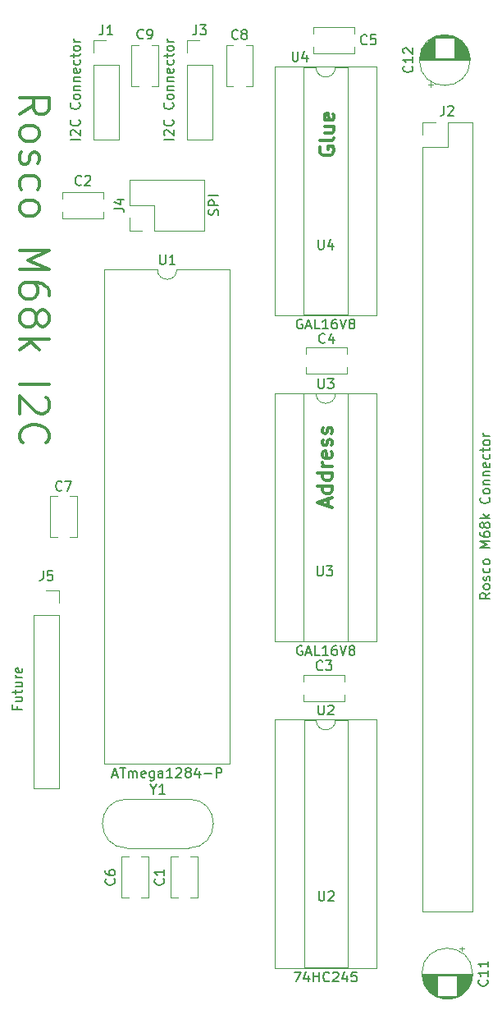
<source format=gbr>
%TF.GenerationSoftware,KiCad,Pcbnew,(6.0.2)*%
%TF.CreationDate,2022-09-22T22:37:32-07:00*%
%TF.ProjectId,Rosco I2C,526f7363-6f20-4493-9243-2e6b69636164,rev?*%
%TF.SameCoordinates,Original*%
%TF.FileFunction,Legend,Top*%
%TF.FilePolarity,Positive*%
%FSLAX46Y46*%
G04 Gerber Fmt 4.6, Leading zero omitted, Abs format (unit mm)*
G04 Created by KiCad (PCBNEW (6.0.2)) date 2022-09-22 22:37:32*
%MOMM*%
%LPD*%
G01*
G04 APERTURE LIST*
%ADD10C,0.300000*%
%ADD11C,0.150000*%
%ADD12C,0.120000*%
G04 APERTURE END LIST*
D10*
X203600000Y-69085714D02*
X203600000Y-68371428D01*
X204028571Y-69228571D02*
X202528571Y-68728571D01*
X204028571Y-68228571D01*
X204028571Y-67085714D02*
X202528571Y-67085714D01*
X203957142Y-67085714D02*
X204028571Y-67228571D01*
X204028571Y-67514285D01*
X203957142Y-67657142D01*
X203885714Y-67728571D01*
X203742857Y-67800000D01*
X203314285Y-67800000D01*
X203171428Y-67728571D01*
X203100000Y-67657142D01*
X203028571Y-67514285D01*
X203028571Y-67228571D01*
X203100000Y-67085714D01*
X204028571Y-65728571D02*
X202528571Y-65728571D01*
X203957142Y-65728571D02*
X204028571Y-65871428D01*
X204028571Y-66157142D01*
X203957142Y-66300000D01*
X203885714Y-66371428D01*
X203742857Y-66442857D01*
X203314285Y-66442857D01*
X203171428Y-66371428D01*
X203100000Y-66300000D01*
X203028571Y-66157142D01*
X203028571Y-65871428D01*
X203100000Y-65728571D01*
X204028571Y-65014285D02*
X203028571Y-65014285D01*
X203314285Y-65014285D02*
X203171428Y-64942857D01*
X203100000Y-64871428D01*
X203028571Y-64728571D01*
X203028571Y-64585714D01*
X203957142Y-63514285D02*
X204028571Y-63657142D01*
X204028571Y-63942857D01*
X203957142Y-64085714D01*
X203814285Y-64157142D01*
X203242857Y-64157142D01*
X203100000Y-64085714D01*
X203028571Y-63942857D01*
X203028571Y-63657142D01*
X203100000Y-63514285D01*
X203242857Y-63442857D01*
X203385714Y-63442857D01*
X203528571Y-64157142D01*
X203957142Y-62871428D02*
X204028571Y-62728571D01*
X204028571Y-62442857D01*
X203957142Y-62300000D01*
X203814285Y-62228571D01*
X203742857Y-62228571D01*
X203600000Y-62300000D01*
X203528571Y-62442857D01*
X203528571Y-62657142D01*
X203457142Y-62800000D01*
X203314285Y-62871428D01*
X203242857Y-62871428D01*
X203100000Y-62800000D01*
X203028571Y-62657142D01*
X203028571Y-62442857D01*
X203100000Y-62300000D01*
X203957142Y-61657142D02*
X204028571Y-61514285D01*
X204028571Y-61228571D01*
X203957142Y-61085714D01*
X203814285Y-61014285D01*
X203742857Y-61014285D01*
X203600000Y-61085714D01*
X203528571Y-61228571D01*
X203528571Y-61442857D01*
X203457142Y-61585714D01*
X203314285Y-61657142D01*
X203242857Y-61657142D01*
X203100000Y-61585714D01*
X203028571Y-61442857D01*
X203028571Y-61228571D01*
X203100000Y-61085714D01*
X171792857Y-28750000D02*
X173221428Y-27750000D01*
X171792857Y-27035714D02*
X174792857Y-27035714D01*
X174792857Y-28178571D01*
X174650000Y-28464285D01*
X174507142Y-28607142D01*
X174221428Y-28750000D01*
X173792857Y-28750000D01*
X173507142Y-28607142D01*
X173364285Y-28464285D01*
X173221428Y-28178571D01*
X173221428Y-27035714D01*
X171792857Y-30464285D02*
X171935714Y-30178571D01*
X172078571Y-30035714D01*
X172364285Y-29892857D01*
X173221428Y-29892857D01*
X173507142Y-30035714D01*
X173650000Y-30178571D01*
X173792857Y-30464285D01*
X173792857Y-30892857D01*
X173650000Y-31178571D01*
X173507142Y-31321428D01*
X173221428Y-31464285D01*
X172364285Y-31464285D01*
X172078571Y-31321428D01*
X171935714Y-31178571D01*
X171792857Y-30892857D01*
X171792857Y-30464285D01*
X171935714Y-32607142D02*
X171792857Y-32892857D01*
X171792857Y-33464285D01*
X171935714Y-33750000D01*
X172221428Y-33892857D01*
X172364285Y-33892857D01*
X172650000Y-33750000D01*
X172792857Y-33464285D01*
X172792857Y-33035714D01*
X172935714Y-32750000D01*
X173221428Y-32607142D01*
X173364285Y-32607142D01*
X173650000Y-32750000D01*
X173792857Y-33035714D01*
X173792857Y-33464285D01*
X173650000Y-33750000D01*
X171935714Y-36464285D02*
X171792857Y-36178571D01*
X171792857Y-35607142D01*
X171935714Y-35321428D01*
X172078571Y-35178571D01*
X172364285Y-35035714D01*
X173221428Y-35035714D01*
X173507142Y-35178571D01*
X173650000Y-35321428D01*
X173792857Y-35607142D01*
X173792857Y-36178571D01*
X173650000Y-36464285D01*
X171792857Y-38178571D02*
X171935714Y-37892857D01*
X172078571Y-37750000D01*
X172364285Y-37607142D01*
X173221428Y-37607142D01*
X173507142Y-37750000D01*
X173650000Y-37892857D01*
X173792857Y-38178571D01*
X173792857Y-38607142D01*
X173650000Y-38892857D01*
X173507142Y-39035714D01*
X173221428Y-39178571D01*
X172364285Y-39178571D01*
X172078571Y-39035714D01*
X171935714Y-38892857D01*
X171792857Y-38607142D01*
X171792857Y-38178571D01*
X171792857Y-42750000D02*
X174792857Y-42750000D01*
X172650000Y-43750000D01*
X174792857Y-44750000D01*
X171792857Y-44750000D01*
X174792857Y-47464285D02*
X174792857Y-46892857D01*
X174650000Y-46607142D01*
X174507142Y-46464285D01*
X174078571Y-46178571D01*
X173507142Y-46035714D01*
X172364285Y-46035714D01*
X172078571Y-46178571D01*
X171935714Y-46321428D01*
X171792857Y-46607142D01*
X171792857Y-47178571D01*
X171935714Y-47464285D01*
X172078571Y-47607142D01*
X172364285Y-47750000D01*
X173078571Y-47750000D01*
X173364285Y-47607142D01*
X173507142Y-47464285D01*
X173650000Y-47178571D01*
X173650000Y-46607142D01*
X173507142Y-46321428D01*
X173364285Y-46178571D01*
X173078571Y-46035714D01*
X173507142Y-49464285D02*
X173650000Y-49178571D01*
X173792857Y-49035714D01*
X174078571Y-48892857D01*
X174221428Y-48892857D01*
X174507142Y-49035714D01*
X174650000Y-49178571D01*
X174792857Y-49464285D01*
X174792857Y-50035714D01*
X174650000Y-50321428D01*
X174507142Y-50464285D01*
X174221428Y-50607142D01*
X174078571Y-50607142D01*
X173792857Y-50464285D01*
X173650000Y-50321428D01*
X173507142Y-50035714D01*
X173507142Y-49464285D01*
X173364285Y-49178571D01*
X173221428Y-49035714D01*
X172935714Y-48892857D01*
X172364285Y-48892857D01*
X172078571Y-49035714D01*
X171935714Y-49178571D01*
X171792857Y-49464285D01*
X171792857Y-50035714D01*
X171935714Y-50321428D01*
X172078571Y-50464285D01*
X172364285Y-50607142D01*
X172935714Y-50607142D01*
X173221428Y-50464285D01*
X173364285Y-50321428D01*
X173507142Y-50035714D01*
X171792857Y-51892857D02*
X174792857Y-51892857D01*
X172935714Y-52178571D02*
X171792857Y-53035714D01*
X173792857Y-53035714D02*
X172650000Y-51892857D01*
X171792857Y-56607142D02*
X174792857Y-56607142D01*
X174507142Y-57892857D02*
X174650000Y-58035714D01*
X174792857Y-58321428D01*
X174792857Y-59035714D01*
X174650000Y-59321428D01*
X174507142Y-59464285D01*
X174221428Y-59607142D01*
X173935714Y-59607142D01*
X173507142Y-59464285D01*
X171792857Y-57750000D01*
X171792857Y-59607142D01*
X172078571Y-62607142D02*
X171935714Y-62464285D01*
X171792857Y-62035714D01*
X171792857Y-61750000D01*
X171935714Y-61321428D01*
X172221428Y-61035714D01*
X172507142Y-60892857D01*
X173078571Y-60750000D01*
X173507142Y-60750000D01*
X174078571Y-60892857D01*
X174364285Y-61035714D01*
X174650000Y-61321428D01*
X174792857Y-61750000D01*
X174792857Y-62035714D01*
X174650000Y-62464285D01*
X174507142Y-62607142D01*
X202800000Y-32121428D02*
X202728571Y-32264285D01*
X202728571Y-32478571D01*
X202800000Y-32692857D01*
X202942857Y-32835714D01*
X203085714Y-32907142D01*
X203371428Y-32978571D01*
X203585714Y-32978571D01*
X203871428Y-32907142D01*
X204014285Y-32835714D01*
X204157142Y-32692857D01*
X204228571Y-32478571D01*
X204228571Y-32335714D01*
X204157142Y-32121428D01*
X204085714Y-32050000D01*
X203585714Y-32050000D01*
X203585714Y-32335714D01*
X204228571Y-31192857D02*
X204157142Y-31335714D01*
X204014285Y-31407142D01*
X202728571Y-31407142D01*
X203228571Y-29978571D02*
X204228571Y-29978571D01*
X203228571Y-30621428D02*
X204014285Y-30621428D01*
X204157142Y-30550000D01*
X204228571Y-30407142D01*
X204228571Y-30192857D01*
X204157142Y-30050000D01*
X204085714Y-29978571D01*
X204157142Y-28692857D02*
X204228571Y-28835714D01*
X204228571Y-29121428D01*
X204157142Y-29264285D01*
X204014285Y-29335714D01*
X203442857Y-29335714D01*
X203300000Y-29264285D01*
X203228571Y-29121428D01*
X203228571Y-28835714D01*
X203300000Y-28692857D01*
X203442857Y-28621428D01*
X203585714Y-28621428D01*
X203728571Y-29335714D01*
D11*
%TO.C,C2*%
X178141333Y-35957142D02*
X178093714Y-36004761D01*
X177950857Y-36052380D01*
X177855619Y-36052380D01*
X177712761Y-36004761D01*
X177617523Y-35909523D01*
X177569904Y-35814285D01*
X177522285Y-35623809D01*
X177522285Y-35480952D01*
X177569904Y-35290476D01*
X177617523Y-35195238D01*
X177712761Y-35100000D01*
X177855619Y-35052380D01*
X177950857Y-35052380D01*
X178093714Y-35100000D01*
X178141333Y-35147619D01*
X178522285Y-35147619D02*
X178569904Y-35100000D01*
X178665142Y-35052380D01*
X178903238Y-35052380D01*
X178998476Y-35100000D01*
X179046095Y-35147619D01*
X179093714Y-35242857D01*
X179093714Y-35338095D01*
X179046095Y-35480952D01*
X178474666Y-36052380D01*
X179093714Y-36052380D01*
%TO.C,J4*%
X181541380Y-38438333D02*
X182255666Y-38438333D01*
X182398523Y-38485952D01*
X182493761Y-38581190D01*
X182541380Y-38724047D01*
X182541380Y-38819285D01*
X181874714Y-37533571D02*
X182541380Y-37533571D01*
X181493761Y-37771666D02*
X182208047Y-38009761D01*
X182208047Y-37390714D01*
X192233761Y-39128809D02*
X192281380Y-38985952D01*
X192281380Y-38747857D01*
X192233761Y-38652619D01*
X192186142Y-38605000D01*
X192090904Y-38557380D01*
X191995666Y-38557380D01*
X191900428Y-38605000D01*
X191852809Y-38652619D01*
X191805190Y-38747857D01*
X191757571Y-38938333D01*
X191709952Y-39033571D01*
X191662333Y-39081190D01*
X191567095Y-39128809D01*
X191471857Y-39128809D01*
X191376619Y-39081190D01*
X191329000Y-39033571D01*
X191281380Y-38938333D01*
X191281380Y-38700238D01*
X191329000Y-38557380D01*
X192281380Y-38128809D02*
X191281380Y-38128809D01*
X191281380Y-37747857D01*
X191329000Y-37652619D01*
X191376619Y-37605000D01*
X191471857Y-37557380D01*
X191614714Y-37557380D01*
X191709952Y-37605000D01*
X191757571Y-37652619D01*
X191805190Y-37747857D01*
X191805190Y-38128809D01*
X192281380Y-37128809D02*
X191281380Y-37128809D01*
%TO.C,C3*%
X203033333Y-85955142D02*
X202985714Y-86002761D01*
X202842857Y-86050380D01*
X202747619Y-86050380D01*
X202604761Y-86002761D01*
X202509523Y-85907523D01*
X202461904Y-85812285D01*
X202414285Y-85621809D01*
X202414285Y-85478952D01*
X202461904Y-85288476D01*
X202509523Y-85193238D01*
X202604761Y-85098000D01*
X202747619Y-85050380D01*
X202842857Y-85050380D01*
X202985714Y-85098000D01*
X203033333Y-85145619D01*
X203366666Y-85050380D02*
X203985714Y-85050380D01*
X203652380Y-85431333D01*
X203795238Y-85431333D01*
X203890476Y-85478952D01*
X203938095Y-85526571D01*
X203985714Y-85621809D01*
X203985714Y-85859904D01*
X203938095Y-85955142D01*
X203890476Y-86002761D01*
X203795238Y-86050380D01*
X203509523Y-86050380D01*
X203414285Y-86002761D01*
X203366666Y-85955142D01*
%TO.C,C12*%
X212253142Y-23776857D02*
X212300761Y-23824476D01*
X212348380Y-23967333D01*
X212348380Y-24062571D01*
X212300761Y-24205428D01*
X212205523Y-24300666D01*
X212110285Y-24348285D01*
X211919809Y-24395904D01*
X211776952Y-24395904D01*
X211586476Y-24348285D01*
X211491238Y-24300666D01*
X211396000Y-24205428D01*
X211348380Y-24062571D01*
X211348380Y-23967333D01*
X211396000Y-23824476D01*
X211443619Y-23776857D01*
X212348380Y-22824476D02*
X212348380Y-23395904D01*
X212348380Y-23110190D02*
X211348380Y-23110190D01*
X211491238Y-23205428D01*
X211586476Y-23300666D01*
X211634095Y-23395904D01*
X211443619Y-22443523D02*
X211396000Y-22395904D01*
X211348380Y-22300666D01*
X211348380Y-22062571D01*
X211396000Y-21967333D01*
X211443619Y-21919714D01*
X211538857Y-21872095D01*
X211634095Y-21872095D01*
X211776952Y-21919714D01*
X212348380Y-22491142D01*
X212348380Y-21872095D01*
%TO.C,C11*%
X220007142Y-117970857D02*
X220054761Y-118018476D01*
X220102380Y-118161333D01*
X220102380Y-118256571D01*
X220054761Y-118399428D01*
X219959523Y-118494666D01*
X219864285Y-118542285D01*
X219673809Y-118589904D01*
X219530952Y-118589904D01*
X219340476Y-118542285D01*
X219245238Y-118494666D01*
X219150000Y-118399428D01*
X219102380Y-118256571D01*
X219102380Y-118161333D01*
X219150000Y-118018476D01*
X219197619Y-117970857D01*
X220102380Y-117018476D02*
X220102380Y-117589904D01*
X220102380Y-117304190D02*
X219102380Y-117304190D01*
X219245238Y-117399428D01*
X219340476Y-117494666D01*
X219388095Y-117589904D01*
X220102380Y-116066095D02*
X220102380Y-116637523D01*
X220102380Y-116351809D02*
X219102380Y-116351809D01*
X219245238Y-116447047D01*
X219340476Y-116542285D01*
X219388095Y-116637523D01*
%TO.C,C5*%
X207605333Y-21439142D02*
X207557714Y-21486761D01*
X207414857Y-21534380D01*
X207319619Y-21534380D01*
X207176761Y-21486761D01*
X207081523Y-21391523D01*
X207033904Y-21296285D01*
X206986285Y-21105809D01*
X206986285Y-20962952D01*
X207033904Y-20772476D01*
X207081523Y-20677238D01*
X207176761Y-20582000D01*
X207319619Y-20534380D01*
X207414857Y-20534380D01*
X207557714Y-20582000D01*
X207605333Y-20629619D01*
X208510095Y-20534380D02*
X208033904Y-20534380D01*
X207986285Y-21010571D01*
X208033904Y-20962952D01*
X208129142Y-20915333D01*
X208367238Y-20915333D01*
X208462476Y-20962952D01*
X208510095Y-21010571D01*
X208557714Y-21105809D01*
X208557714Y-21343904D01*
X208510095Y-21439142D01*
X208462476Y-21486761D01*
X208367238Y-21534380D01*
X208129142Y-21534380D01*
X208033904Y-21486761D01*
X207986285Y-21439142D01*
%TO.C,U2*%
X202608095Y-89637380D02*
X202608095Y-90446904D01*
X202655714Y-90542142D01*
X202703333Y-90589761D01*
X202798571Y-90637380D01*
X202989047Y-90637380D01*
X203084285Y-90589761D01*
X203131904Y-90542142D01*
X203179523Y-90446904D01*
X203179523Y-89637380D01*
X203608095Y-89732619D02*
X203655714Y-89685000D01*
X203750952Y-89637380D01*
X203989047Y-89637380D01*
X204084285Y-89685000D01*
X204131904Y-89732619D01*
X204179523Y-89827857D01*
X204179523Y-89923095D01*
X204131904Y-90065952D01*
X203560476Y-90637380D01*
X204179523Y-90637380D01*
X200108095Y-117157380D02*
X200774761Y-117157380D01*
X200346190Y-118157380D01*
X201584285Y-117490714D02*
X201584285Y-118157380D01*
X201346190Y-117109761D02*
X201108095Y-117824047D01*
X201727142Y-117824047D01*
X202108095Y-118157380D02*
X202108095Y-117157380D01*
X202108095Y-117633571D02*
X202679523Y-117633571D01*
X202679523Y-118157380D02*
X202679523Y-117157380D01*
X203727142Y-118062142D02*
X203679523Y-118109761D01*
X203536666Y-118157380D01*
X203441428Y-118157380D01*
X203298571Y-118109761D01*
X203203333Y-118014523D01*
X203155714Y-117919285D01*
X203108095Y-117728809D01*
X203108095Y-117585952D01*
X203155714Y-117395476D01*
X203203333Y-117300238D01*
X203298571Y-117205000D01*
X203441428Y-117157380D01*
X203536666Y-117157380D01*
X203679523Y-117205000D01*
X203727142Y-117252619D01*
X204108095Y-117252619D02*
X204155714Y-117205000D01*
X204250952Y-117157380D01*
X204489047Y-117157380D01*
X204584285Y-117205000D01*
X204631904Y-117252619D01*
X204679523Y-117347857D01*
X204679523Y-117443095D01*
X204631904Y-117585952D01*
X204060476Y-118157380D01*
X204679523Y-118157380D01*
X205536666Y-117490714D02*
X205536666Y-118157380D01*
X205298571Y-117109761D02*
X205060476Y-117824047D01*
X205679523Y-117824047D01*
X206536666Y-117157380D02*
X206060476Y-117157380D01*
X206012857Y-117633571D01*
X206060476Y-117585952D01*
X206155714Y-117538333D01*
X206393809Y-117538333D01*
X206489047Y-117585952D01*
X206536666Y-117633571D01*
X206584285Y-117728809D01*
X206584285Y-117966904D01*
X206536666Y-118062142D01*
X206489047Y-118109761D01*
X206393809Y-118157380D01*
X206155714Y-118157380D01*
X206060476Y-118109761D01*
X206012857Y-118062142D01*
X202638095Y-108802380D02*
X202638095Y-109611904D01*
X202685714Y-109707142D01*
X202733333Y-109754761D01*
X202828571Y-109802380D01*
X203019047Y-109802380D01*
X203114285Y-109754761D01*
X203161904Y-109707142D01*
X203209523Y-109611904D01*
X203209523Y-108802380D01*
X203638095Y-108897619D02*
X203685714Y-108850000D01*
X203780952Y-108802380D01*
X204019047Y-108802380D01*
X204114285Y-108850000D01*
X204161904Y-108897619D01*
X204209523Y-108992857D01*
X204209523Y-109088095D01*
X204161904Y-109230952D01*
X203590476Y-109802380D01*
X204209523Y-109802380D01*
%TO.C,J3*%
X190016666Y-19522380D02*
X190016666Y-20236666D01*
X189969047Y-20379523D01*
X189873809Y-20474761D01*
X189730952Y-20522380D01*
X189635714Y-20522380D01*
X190397619Y-19522380D02*
X191016666Y-19522380D01*
X190683333Y-19903333D01*
X190826190Y-19903333D01*
X190921428Y-19950952D01*
X190969047Y-19998571D01*
X191016666Y-20093809D01*
X191016666Y-20331904D01*
X190969047Y-20427142D01*
X190921428Y-20474761D01*
X190826190Y-20522380D01*
X190540476Y-20522380D01*
X190445238Y-20474761D01*
X190397619Y-20427142D01*
X187652380Y-31319047D02*
X186652380Y-31319047D01*
X186747619Y-30890476D02*
X186700000Y-30842857D01*
X186652380Y-30747619D01*
X186652380Y-30509523D01*
X186700000Y-30414285D01*
X186747619Y-30366666D01*
X186842857Y-30319047D01*
X186938095Y-30319047D01*
X187080952Y-30366666D01*
X187652380Y-30938095D01*
X187652380Y-30319047D01*
X187557142Y-29319047D02*
X187604761Y-29366666D01*
X187652380Y-29509523D01*
X187652380Y-29604761D01*
X187604761Y-29747619D01*
X187509523Y-29842857D01*
X187414285Y-29890476D01*
X187223809Y-29938095D01*
X187080952Y-29938095D01*
X186890476Y-29890476D01*
X186795238Y-29842857D01*
X186700000Y-29747619D01*
X186652380Y-29604761D01*
X186652380Y-29509523D01*
X186700000Y-29366666D01*
X186747619Y-29319047D01*
X187557142Y-27557142D02*
X187604761Y-27604761D01*
X187652380Y-27747619D01*
X187652380Y-27842857D01*
X187604761Y-27985714D01*
X187509523Y-28080952D01*
X187414285Y-28128571D01*
X187223809Y-28176190D01*
X187080952Y-28176190D01*
X186890476Y-28128571D01*
X186795238Y-28080952D01*
X186700000Y-27985714D01*
X186652380Y-27842857D01*
X186652380Y-27747619D01*
X186700000Y-27604761D01*
X186747619Y-27557142D01*
X187652380Y-26985714D02*
X187604761Y-27080952D01*
X187557142Y-27128571D01*
X187461904Y-27176190D01*
X187176190Y-27176190D01*
X187080952Y-27128571D01*
X187033333Y-27080952D01*
X186985714Y-26985714D01*
X186985714Y-26842857D01*
X187033333Y-26747619D01*
X187080952Y-26700000D01*
X187176190Y-26652380D01*
X187461904Y-26652380D01*
X187557142Y-26700000D01*
X187604761Y-26747619D01*
X187652380Y-26842857D01*
X187652380Y-26985714D01*
X186985714Y-26223809D02*
X187652380Y-26223809D01*
X187080952Y-26223809D02*
X187033333Y-26176190D01*
X186985714Y-26080952D01*
X186985714Y-25938095D01*
X187033333Y-25842857D01*
X187128571Y-25795238D01*
X187652380Y-25795238D01*
X186985714Y-25319047D02*
X187652380Y-25319047D01*
X187080952Y-25319047D02*
X187033333Y-25271428D01*
X186985714Y-25176190D01*
X186985714Y-25033333D01*
X187033333Y-24938095D01*
X187128571Y-24890476D01*
X187652380Y-24890476D01*
X187604761Y-24033333D02*
X187652380Y-24128571D01*
X187652380Y-24319047D01*
X187604761Y-24414285D01*
X187509523Y-24461904D01*
X187128571Y-24461904D01*
X187033333Y-24414285D01*
X186985714Y-24319047D01*
X186985714Y-24128571D01*
X187033333Y-24033333D01*
X187128571Y-23985714D01*
X187223809Y-23985714D01*
X187319047Y-24461904D01*
X187604761Y-23128571D02*
X187652380Y-23223809D01*
X187652380Y-23414285D01*
X187604761Y-23509523D01*
X187557142Y-23557142D01*
X187461904Y-23604761D01*
X187176190Y-23604761D01*
X187080952Y-23557142D01*
X187033333Y-23509523D01*
X186985714Y-23414285D01*
X186985714Y-23223809D01*
X187033333Y-23128571D01*
X186985714Y-22842857D02*
X186985714Y-22461904D01*
X186652380Y-22700000D02*
X187509523Y-22700000D01*
X187604761Y-22652380D01*
X187652380Y-22557142D01*
X187652380Y-22461904D01*
X187652380Y-21985714D02*
X187604761Y-22080952D01*
X187557142Y-22128571D01*
X187461904Y-22176190D01*
X187176190Y-22176190D01*
X187080952Y-22128571D01*
X187033333Y-22080952D01*
X186985714Y-21985714D01*
X186985714Y-21842857D01*
X187033333Y-21747619D01*
X187080952Y-21700000D01*
X187176190Y-21652380D01*
X187461904Y-21652380D01*
X187557142Y-21700000D01*
X187604761Y-21747619D01*
X187652380Y-21842857D01*
X187652380Y-21985714D01*
X187652380Y-21223809D02*
X186985714Y-21223809D01*
X187176190Y-21223809D02*
X187080952Y-21176190D01*
X187033333Y-21128571D01*
X186985714Y-21033333D01*
X186985714Y-20938095D01*
%TO.C,C9*%
X184533333Y-20857142D02*
X184485714Y-20904761D01*
X184342857Y-20952380D01*
X184247619Y-20952380D01*
X184104761Y-20904761D01*
X184009523Y-20809523D01*
X183961904Y-20714285D01*
X183914285Y-20523809D01*
X183914285Y-20380952D01*
X183961904Y-20190476D01*
X184009523Y-20095238D01*
X184104761Y-20000000D01*
X184247619Y-19952380D01*
X184342857Y-19952380D01*
X184485714Y-20000000D01*
X184533333Y-20047619D01*
X185009523Y-20952380D02*
X185200000Y-20952380D01*
X185295238Y-20904761D01*
X185342857Y-20857142D01*
X185438095Y-20714285D01*
X185485714Y-20523809D01*
X185485714Y-20142857D01*
X185438095Y-20047619D01*
X185390476Y-20000000D01*
X185295238Y-19952380D01*
X185104761Y-19952380D01*
X185009523Y-20000000D01*
X184961904Y-20047619D01*
X184914285Y-20142857D01*
X184914285Y-20380952D01*
X184961904Y-20476190D01*
X185009523Y-20523809D01*
X185104761Y-20571428D01*
X185295238Y-20571428D01*
X185390476Y-20523809D01*
X185438095Y-20476190D01*
X185485714Y-20380952D01*
%TO.C,C4*%
X203287333Y-52228142D02*
X203239714Y-52275761D01*
X203096857Y-52323380D01*
X203001619Y-52323380D01*
X202858761Y-52275761D01*
X202763523Y-52180523D01*
X202715904Y-52085285D01*
X202668285Y-51894809D01*
X202668285Y-51751952D01*
X202715904Y-51561476D01*
X202763523Y-51466238D01*
X202858761Y-51371000D01*
X203001619Y-51323380D01*
X203096857Y-51323380D01*
X203239714Y-51371000D01*
X203287333Y-51418619D01*
X204144476Y-51656714D02*
X204144476Y-52323380D01*
X203906380Y-51275761D02*
X203668285Y-51990047D01*
X204287333Y-51990047D01*
%TO.C,U1*%
X186233095Y-43197380D02*
X186233095Y-44006904D01*
X186280714Y-44102142D01*
X186328333Y-44149761D01*
X186423571Y-44197380D01*
X186614047Y-44197380D01*
X186709285Y-44149761D01*
X186756904Y-44102142D01*
X186804523Y-44006904D01*
X186804523Y-43197380D01*
X187804523Y-44197380D02*
X187233095Y-44197380D01*
X187518809Y-44197380D02*
X187518809Y-43197380D01*
X187423571Y-43340238D01*
X187328333Y-43435476D01*
X187233095Y-43483095D01*
X181352142Y-96831666D02*
X181828333Y-96831666D01*
X181256904Y-97117380D02*
X181590238Y-96117380D01*
X181923571Y-97117380D01*
X182114047Y-96117380D02*
X182685476Y-96117380D01*
X182399761Y-97117380D02*
X182399761Y-96117380D01*
X183018809Y-97117380D02*
X183018809Y-96450714D01*
X183018809Y-96545952D02*
X183066428Y-96498333D01*
X183161666Y-96450714D01*
X183304523Y-96450714D01*
X183399761Y-96498333D01*
X183447380Y-96593571D01*
X183447380Y-97117380D01*
X183447380Y-96593571D02*
X183495000Y-96498333D01*
X183590238Y-96450714D01*
X183733095Y-96450714D01*
X183828333Y-96498333D01*
X183875952Y-96593571D01*
X183875952Y-97117380D01*
X184733095Y-97069761D02*
X184637857Y-97117380D01*
X184447380Y-97117380D01*
X184352142Y-97069761D01*
X184304523Y-96974523D01*
X184304523Y-96593571D01*
X184352142Y-96498333D01*
X184447380Y-96450714D01*
X184637857Y-96450714D01*
X184733095Y-96498333D01*
X184780714Y-96593571D01*
X184780714Y-96688809D01*
X184304523Y-96784047D01*
X185637857Y-96450714D02*
X185637857Y-97260238D01*
X185590238Y-97355476D01*
X185542619Y-97403095D01*
X185447380Y-97450714D01*
X185304523Y-97450714D01*
X185209285Y-97403095D01*
X185637857Y-97069761D02*
X185542619Y-97117380D01*
X185352142Y-97117380D01*
X185256904Y-97069761D01*
X185209285Y-97022142D01*
X185161666Y-96926904D01*
X185161666Y-96641190D01*
X185209285Y-96545952D01*
X185256904Y-96498333D01*
X185352142Y-96450714D01*
X185542619Y-96450714D01*
X185637857Y-96498333D01*
X186542619Y-97117380D02*
X186542619Y-96593571D01*
X186495000Y-96498333D01*
X186399761Y-96450714D01*
X186209285Y-96450714D01*
X186114047Y-96498333D01*
X186542619Y-97069761D02*
X186447380Y-97117380D01*
X186209285Y-97117380D01*
X186114047Y-97069761D01*
X186066428Y-96974523D01*
X186066428Y-96879285D01*
X186114047Y-96784047D01*
X186209285Y-96736428D01*
X186447380Y-96736428D01*
X186542619Y-96688809D01*
X187542619Y-97117380D02*
X186971190Y-97117380D01*
X187256904Y-97117380D02*
X187256904Y-96117380D01*
X187161666Y-96260238D01*
X187066428Y-96355476D01*
X186971190Y-96403095D01*
X187923571Y-96212619D02*
X187971190Y-96165000D01*
X188066428Y-96117380D01*
X188304523Y-96117380D01*
X188399761Y-96165000D01*
X188447380Y-96212619D01*
X188495000Y-96307857D01*
X188495000Y-96403095D01*
X188447380Y-96545952D01*
X187875952Y-97117380D01*
X188495000Y-97117380D01*
X189066428Y-96545952D02*
X188971190Y-96498333D01*
X188923571Y-96450714D01*
X188875952Y-96355476D01*
X188875952Y-96307857D01*
X188923571Y-96212619D01*
X188971190Y-96165000D01*
X189066428Y-96117380D01*
X189256904Y-96117380D01*
X189352142Y-96165000D01*
X189399761Y-96212619D01*
X189447380Y-96307857D01*
X189447380Y-96355476D01*
X189399761Y-96450714D01*
X189352142Y-96498333D01*
X189256904Y-96545952D01*
X189066428Y-96545952D01*
X188971190Y-96593571D01*
X188923571Y-96641190D01*
X188875952Y-96736428D01*
X188875952Y-96926904D01*
X188923571Y-97022142D01*
X188971190Y-97069761D01*
X189066428Y-97117380D01*
X189256904Y-97117380D01*
X189352142Y-97069761D01*
X189399761Y-97022142D01*
X189447380Y-96926904D01*
X189447380Y-96736428D01*
X189399761Y-96641190D01*
X189352142Y-96593571D01*
X189256904Y-96545952D01*
X190304523Y-96450714D02*
X190304523Y-97117380D01*
X190066428Y-96069761D02*
X189828333Y-96784047D01*
X190447380Y-96784047D01*
X190828333Y-96736428D02*
X191590238Y-96736428D01*
X192066428Y-97117380D02*
X192066428Y-96117380D01*
X192447380Y-96117380D01*
X192542619Y-96165000D01*
X192590238Y-96212619D01*
X192637857Y-96307857D01*
X192637857Y-96450714D01*
X192590238Y-96545952D01*
X192542619Y-96593571D01*
X192447380Y-96641190D01*
X192066428Y-96641190D01*
%TO.C,C8*%
X194283333Y-20907142D02*
X194235714Y-20954761D01*
X194092857Y-21002380D01*
X193997619Y-21002380D01*
X193854761Y-20954761D01*
X193759523Y-20859523D01*
X193711904Y-20764285D01*
X193664285Y-20573809D01*
X193664285Y-20430952D01*
X193711904Y-20240476D01*
X193759523Y-20145238D01*
X193854761Y-20050000D01*
X193997619Y-20002380D01*
X194092857Y-20002380D01*
X194235714Y-20050000D01*
X194283333Y-20097619D01*
X194854761Y-20430952D02*
X194759523Y-20383333D01*
X194711904Y-20335714D01*
X194664285Y-20240476D01*
X194664285Y-20192857D01*
X194711904Y-20097619D01*
X194759523Y-20050000D01*
X194854761Y-20002380D01*
X195045238Y-20002380D01*
X195140476Y-20050000D01*
X195188095Y-20097619D01*
X195235714Y-20192857D01*
X195235714Y-20240476D01*
X195188095Y-20335714D01*
X195140476Y-20383333D01*
X195045238Y-20430952D01*
X194854761Y-20430952D01*
X194759523Y-20478571D01*
X194711904Y-20526190D01*
X194664285Y-20621428D01*
X194664285Y-20811904D01*
X194711904Y-20907142D01*
X194759523Y-20954761D01*
X194854761Y-21002380D01*
X195045238Y-21002380D01*
X195140476Y-20954761D01*
X195188095Y-20907142D01*
X195235714Y-20811904D01*
X195235714Y-20621428D01*
X195188095Y-20526190D01*
X195140476Y-20478571D01*
X195045238Y-20430952D01*
%TO.C,U4*%
X199938095Y-22252380D02*
X199938095Y-23061904D01*
X199985714Y-23157142D01*
X200033333Y-23204761D01*
X200128571Y-23252380D01*
X200319047Y-23252380D01*
X200414285Y-23204761D01*
X200461904Y-23157142D01*
X200509523Y-23061904D01*
X200509523Y-22252380D01*
X201414285Y-22585714D02*
X201414285Y-23252380D01*
X201176190Y-22204761D02*
X200938095Y-22919047D01*
X201557142Y-22919047D01*
X200931428Y-49890000D02*
X200836190Y-49842380D01*
X200693333Y-49842380D01*
X200550476Y-49890000D01*
X200455238Y-49985238D01*
X200407619Y-50080476D01*
X200360000Y-50270952D01*
X200360000Y-50413809D01*
X200407619Y-50604285D01*
X200455238Y-50699523D01*
X200550476Y-50794761D01*
X200693333Y-50842380D01*
X200788571Y-50842380D01*
X200931428Y-50794761D01*
X200979047Y-50747142D01*
X200979047Y-50413809D01*
X200788571Y-50413809D01*
X201360000Y-50556666D02*
X201836190Y-50556666D01*
X201264761Y-50842380D02*
X201598095Y-49842380D01*
X201931428Y-50842380D01*
X202740952Y-50842380D02*
X202264761Y-50842380D01*
X202264761Y-49842380D01*
X203598095Y-50842380D02*
X203026666Y-50842380D01*
X203312380Y-50842380D02*
X203312380Y-49842380D01*
X203217142Y-49985238D01*
X203121904Y-50080476D01*
X203026666Y-50128095D01*
X204455238Y-49842380D02*
X204264761Y-49842380D01*
X204169523Y-49890000D01*
X204121904Y-49937619D01*
X204026666Y-50080476D01*
X203979047Y-50270952D01*
X203979047Y-50651904D01*
X204026666Y-50747142D01*
X204074285Y-50794761D01*
X204169523Y-50842380D01*
X204360000Y-50842380D01*
X204455238Y-50794761D01*
X204502857Y-50747142D01*
X204550476Y-50651904D01*
X204550476Y-50413809D01*
X204502857Y-50318571D01*
X204455238Y-50270952D01*
X204360000Y-50223333D01*
X204169523Y-50223333D01*
X204074285Y-50270952D01*
X204026666Y-50318571D01*
X203979047Y-50413809D01*
X204836190Y-49842380D02*
X205169523Y-50842380D01*
X205502857Y-49842380D01*
X205979047Y-50270952D02*
X205883809Y-50223333D01*
X205836190Y-50175714D01*
X205788571Y-50080476D01*
X205788571Y-50032857D01*
X205836190Y-49937619D01*
X205883809Y-49890000D01*
X205979047Y-49842380D01*
X206169523Y-49842380D01*
X206264761Y-49890000D01*
X206312380Y-49937619D01*
X206360000Y-50032857D01*
X206360000Y-50080476D01*
X206312380Y-50175714D01*
X206264761Y-50223333D01*
X206169523Y-50270952D01*
X205979047Y-50270952D01*
X205883809Y-50318571D01*
X205836190Y-50366190D01*
X205788571Y-50461428D01*
X205788571Y-50651904D01*
X205836190Y-50747142D01*
X205883809Y-50794761D01*
X205979047Y-50842380D01*
X206169523Y-50842380D01*
X206264761Y-50794761D01*
X206312380Y-50747142D01*
X206360000Y-50651904D01*
X206360000Y-50461428D01*
X206312380Y-50366190D01*
X206264761Y-50318571D01*
X206169523Y-50270952D01*
X202588095Y-41652380D02*
X202588095Y-42461904D01*
X202635714Y-42557142D01*
X202683333Y-42604761D01*
X202778571Y-42652380D01*
X202969047Y-42652380D01*
X203064285Y-42604761D01*
X203111904Y-42557142D01*
X203159523Y-42461904D01*
X203159523Y-41652380D01*
X204064285Y-41985714D02*
X204064285Y-42652380D01*
X203826190Y-41604761D02*
X203588095Y-42319047D01*
X204207142Y-42319047D01*
%TO.C,C1*%
X186597142Y-107558666D02*
X186644761Y-107606285D01*
X186692380Y-107749142D01*
X186692380Y-107844380D01*
X186644761Y-107987238D01*
X186549523Y-108082476D01*
X186454285Y-108130095D01*
X186263809Y-108177714D01*
X186120952Y-108177714D01*
X185930476Y-108130095D01*
X185835238Y-108082476D01*
X185740000Y-107987238D01*
X185692380Y-107844380D01*
X185692380Y-107749142D01*
X185740000Y-107606285D01*
X185787619Y-107558666D01*
X186692380Y-106606285D02*
X186692380Y-107177714D01*
X186692380Y-106892000D02*
X185692380Y-106892000D01*
X185835238Y-106987238D01*
X185930476Y-107082476D01*
X185978095Y-107177714D01*
%TO.C,J1*%
X180366666Y-19522380D02*
X180366666Y-20236666D01*
X180319047Y-20379523D01*
X180223809Y-20474761D01*
X180080952Y-20522380D01*
X179985714Y-20522380D01*
X181366666Y-20522380D02*
X180795238Y-20522380D01*
X181080952Y-20522380D02*
X181080952Y-19522380D01*
X180985714Y-19665238D01*
X180890476Y-19760476D01*
X180795238Y-19808095D01*
X178002380Y-31319047D02*
X177002380Y-31319047D01*
X177097619Y-30890476D02*
X177050000Y-30842857D01*
X177002380Y-30747619D01*
X177002380Y-30509523D01*
X177050000Y-30414285D01*
X177097619Y-30366666D01*
X177192857Y-30319047D01*
X177288095Y-30319047D01*
X177430952Y-30366666D01*
X178002380Y-30938095D01*
X178002380Y-30319047D01*
X177907142Y-29319047D02*
X177954761Y-29366666D01*
X178002380Y-29509523D01*
X178002380Y-29604761D01*
X177954761Y-29747619D01*
X177859523Y-29842857D01*
X177764285Y-29890476D01*
X177573809Y-29938095D01*
X177430952Y-29938095D01*
X177240476Y-29890476D01*
X177145238Y-29842857D01*
X177050000Y-29747619D01*
X177002380Y-29604761D01*
X177002380Y-29509523D01*
X177050000Y-29366666D01*
X177097619Y-29319047D01*
X177907142Y-27557142D02*
X177954761Y-27604761D01*
X178002380Y-27747619D01*
X178002380Y-27842857D01*
X177954761Y-27985714D01*
X177859523Y-28080952D01*
X177764285Y-28128571D01*
X177573809Y-28176190D01*
X177430952Y-28176190D01*
X177240476Y-28128571D01*
X177145238Y-28080952D01*
X177050000Y-27985714D01*
X177002380Y-27842857D01*
X177002380Y-27747619D01*
X177050000Y-27604761D01*
X177097619Y-27557142D01*
X178002380Y-26985714D02*
X177954761Y-27080952D01*
X177907142Y-27128571D01*
X177811904Y-27176190D01*
X177526190Y-27176190D01*
X177430952Y-27128571D01*
X177383333Y-27080952D01*
X177335714Y-26985714D01*
X177335714Y-26842857D01*
X177383333Y-26747619D01*
X177430952Y-26700000D01*
X177526190Y-26652380D01*
X177811904Y-26652380D01*
X177907142Y-26700000D01*
X177954761Y-26747619D01*
X178002380Y-26842857D01*
X178002380Y-26985714D01*
X177335714Y-26223809D02*
X178002380Y-26223809D01*
X177430952Y-26223809D02*
X177383333Y-26176190D01*
X177335714Y-26080952D01*
X177335714Y-25938095D01*
X177383333Y-25842857D01*
X177478571Y-25795238D01*
X178002380Y-25795238D01*
X177335714Y-25319047D02*
X178002380Y-25319047D01*
X177430952Y-25319047D02*
X177383333Y-25271428D01*
X177335714Y-25176190D01*
X177335714Y-25033333D01*
X177383333Y-24938095D01*
X177478571Y-24890476D01*
X178002380Y-24890476D01*
X177954761Y-24033333D02*
X178002380Y-24128571D01*
X178002380Y-24319047D01*
X177954761Y-24414285D01*
X177859523Y-24461904D01*
X177478571Y-24461904D01*
X177383333Y-24414285D01*
X177335714Y-24319047D01*
X177335714Y-24128571D01*
X177383333Y-24033333D01*
X177478571Y-23985714D01*
X177573809Y-23985714D01*
X177669047Y-24461904D01*
X177954761Y-23128571D02*
X178002380Y-23223809D01*
X178002380Y-23414285D01*
X177954761Y-23509523D01*
X177907142Y-23557142D01*
X177811904Y-23604761D01*
X177526190Y-23604761D01*
X177430952Y-23557142D01*
X177383333Y-23509523D01*
X177335714Y-23414285D01*
X177335714Y-23223809D01*
X177383333Y-23128571D01*
X177335714Y-22842857D02*
X177335714Y-22461904D01*
X177002380Y-22700000D02*
X177859523Y-22700000D01*
X177954761Y-22652380D01*
X178002380Y-22557142D01*
X178002380Y-22461904D01*
X178002380Y-21985714D02*
X177954761Y-22080952D01*
X177907142Y-22128571D01*
X177811904Y-22176190D01*
X177526190Y-22176190D01*
X177430952Y-22128571D01*
X177383333Y-22080952D01*
X177335714Y-21985714D01*
X177335714Y-21842857D01*
X177383333Y-21747619D01*
X177430952Y-21700000D01*
X177526190Y-21652380D01*
X177811904Y-21652380D01*
X177907142Y-21700000D01*
X177954761Y-21747619D01*
X178002380Y-21842857D01*
X178002380Y-21985714D01*
X178002380Y-21223809D02*
X177335714Y-21223809D01*
X177526190Y-21223809D02*
X177430952Y-21176190D01*
X177383333Y-21128571D01*
X177335714Y-21033333D01*
X177335714Y-20938095D01*
%TO.C,U3*%
X202598095Y-55979880D02*
X202598095Y-56789404D01*
X202645714Y-56884642D01*
X202693333Y-56932261D01*
X202788571Y-56979880D01*
X202979047Y-56979880D01*
X203074285Y-56932261D01*
X203121904Y-56884642D01*
X203169523Y-56789404D01*
X203169523Y-55979880D01*
X203550476Y-55979880D02*
X204169523Y-55979880D01*
X203836190Y-56360833D01*
X203979047Y-56360833D01*
X204074285Y-56408452D01*
X204121904Y-56456071D01*
X204169523Y-56551309D01*
X204169523Y-56789404D01*
X204121904Y-56884642D01*
X204074285Y-56932261D01*
X203979047Y-56979880D01*
X203693333Y-56979880D01*
X203598095Y-56932261D01*
X203550476Y-56884642D01*
X200931428Y-83547500D02*
X200836190Y-83499880D01*
X200693333Y-83499880D01*
X200550476Y-83547500D01*
X200455238Y-83642738D01*
X200407619Y-83737976D01*
X200360000Y-83928452D01*
X200360000Y-84071309D01*
X200407619Y-84261785D01*
X200455238Y-84357023D01*
X200550476Y-84452261D01*
X200693333Y-84499880D01*
X200788571Y-84499880D01*
X200931428Y-84452261D01*
X200979047Y-84404642D01*
X200979047Y-84071309D01*
X200788571Y-84071309D01*
X201360000Y-84214166D02*
X201836190Y-84214166D01*
X201264761Y-84499880D02*
X201598095Y-83499880D01*
X201931428Y-84499880D01*
X202740952Y-84499880D02*
X202264761Y-84499880D01*
X202264761Y-83499880D01*
X203598095Y-84499880D02*
X203026666Y-84499880D01*
X203312380Y-84499880D02*
X203312380Y-83499880D01*
X203217142Y-83642738D01*
X203121904Y-83737976D01*
X203026666Y-83785595D01*
X204455238Y-83499880D02*
X204264761Y-83499880D01*
X204169523Y-83547500D01*
X204121904Y-83595119D01*
X204026666Y-83737976D01*
X203979047Y-83928452D01*
X203979047Y-84309404D01*
X204026666Y-84404642D01*
X204074285Y-84452261D01*
X204169523Y-84499880D01*
X204360000Y-84499880D01*
X204455238Y-84452261D01*
X204502857Y-84404642D01*
X204550476Y-84309404D01*
X204550476Y-84071309D01*
X204502857Y-83976071D01*
X204455238Y-83928452D01*
X204360000Y-83880833D01*
X204169523Y-83880833D01*
X204074285Y-83928452D01*
X204026666Y-83976071D01*
X203979047Y-84071309D01*
X204836190Y-83499880D02*
X205169523Y-84499880D01*
X205502857Y-83499880D01*
X205979047Y-83928452D02*
X205883809Y-83880833D01*
X205836190Y-83833214D01*
X205788571Y-83737976D01*
X205788571Y-83690357D01*
X205836190Y-83595119D01*
X205883809Y-83547500D01*
X205979047Y-83499880D01*
X206169523Y-83499880D01*
X206264761Y-83547500D01*
X206312380Y-83595119D01*
X206360000Y-83690357D01*
X206360000Y-83737976D01*
X206312380Y-83833214D01*
X206264761Y-83880833D01*
X206169523Y-83928452D01*
X205979047Y-83928452D01*
X205883809Y-83976071D01*
X205836190Y-84023690D01*
X205788571Y-84118928D01*
X205788571Y-84309404D01*
X205836190Y-84404642D01*
X205883809Y-84452261D01*
X205979047Y-84499880D01*
X206169523Y-84499880D01*
X206264761Y-84452261D01*
X206312380Y-84404642D01*
X206360000Y-84309404D01*
X206360000Y-84118928D01*
X206312380Y-84023690D01*
X206264761Y-83976071D01*
X206169523Y-83928452D01*
X202488095Y-75302380D02*
X202488095Y-76111904D01*
X202535714Y-76207142D01*
X202583333Y-76254761D01*
X202678571Y-76302380D01*
X202869047Y-76302380D01*
X202964285Y-76254761D01*
X203011904Y-76207142D01*
X203059523Y-76111904D01*
X203059523Y-75302380D01*
X203440476Y-75302380D02*
X204059523Y-75302380D01*
X203726190Y-75683333D01*
X203869047Y-75683333D01*
X203964285Y-75730952D01*
X204011904Y-75778571D01*
X204059523Y-75873809D01*
X204059523Y-76111904D01*
X204011904Y-76207142D01*
X203964285Y-76254761D01*
X203869047Y-76302380D01*
X203583333Y-76302380D01*
X203488095Y-76254761D01*
X203440476Y-76207142D01*
%TO.C,C6*%
X181517142Y-107558666D02*
X181564761Y-107606285D01*
X181612380Y-107749142D01*
X181612380Y-107844380D01*
X181564761Y-107987238D01*
X181469523Y-108082476D01*
X181374285Y-108130095D01*
X181183809Y-108177714D01*
X181040952Y-108177714D01*
X180850476Y-108130095D01*
X180755238Y-108082476D01*
X180660000Y-107987238D01*
X180612380Y-107844380D01*
X180612380Y-107749142D01*
X180660000Y-107606285D01*
X180707619Y-107558666D01*
X180612380Y-106701523D02*
X180612380Y-106892000D01*
X180660000Y-106987238D01*
X180707619Y-107034857D01*
X180850476Y-107130095D01*
X181040952Y-107177714D01*
X181421904Y-107177714D01*
X181517142Y-107130095D01*
X181564761Y-107082476D01*
X181612380Y-106987238D01*
X181612380Y-106796761D01*
X181564761Y-106701523D01*
X181517142Y-106653904D01*
X181421904Y-106606285D01*
X181183809Y-106606285D01*
X181088571Y-106653904D01*
X181040952Y-106701523D01*
X180993333Y-106796761D01*
X180993333Y-106987238D01*
X181040952Y-107082476D01*
X181088571Y-107130095D01*
X181183809Y-107177714D01*
%TO.C,C7*%
X176133333Y-67457142D02*
X176085714Y-67504761D01*
X175942857Y-67552380D01*
X175847619Y-67552380D01*
X175704761Y-67504761D01*
X175609523Y-67409523D01*
X175561904Y-67314285D01*
X175514285Y-67123809D01*
X175514285Y-66980952D01*
X175561904Y-66790476D01*
X175609523Y-66695238D01*
X175704761Y-66600000D01*
X175847619Y-66552380D01*
X175942857Y-66552380D01*
X176085714Y-66600000D01*
X176133333Y-66647619D01*
X176466666Y-66552380D02*
X177133333Y-66552380D01*
X176704761Y-67552380D01*
%TO.C,J2*%
X215566666Y-27852380D02*
X215566666Y-28566666D01*
X215519047Y-28709523D01*
X215423809Y-28804761D01*
X215280952Y-28852380D01*
X215185714Y-28852380D01*
X215995238Y-27947619D02*
X216042857Y-27900000D01*
X216138095Y-27852380D01*
X216376190Y-27852380D01*
X216471428Y-27900000D01*
X216519047Y-27947619D01*
X216566666Y-28042857D01*
X216566666Y-28138095D01*
X216519047Y-28280952D01*
X215947619Y-28852380D01*
X216566666Y-28852380D01*
X220302380Y-78080952D02*
X219826190Y-78414285D01*
X220302380Y-78652380D02*
X219302380Y-78652380D01*
X219302380Y-78271428D01*
X219350000Y-78176190D01*
X219397619Y-78128571D01*
X219492857Y-78080952D01*
X219635714Y-78080952D01*
X219730952Y-78128571D01*
X219778571Y-78176190D01*
X219826190Y-78271428D01*
X219826190Y-78652380D01*
X220302380Y-77509523D02*
X220254761Y-77604761D01*
X220207142Y-77652380D01*
X220111904Y-77700000D01*
X219826190Y-77700000D01*
X219730952Y-77652380D01*
X219683333Y-77604761D01*
X219635714Y-77509523D01*
X219635714Y-77366666D01*
X219683333Y-77271428D01*
X219730952Y-77223809D01*
X219826190Y-77176190D01*
X220111904Y-77176190D01*
X220207142Y-77223809D01*
X220254761Y-77271428D01*
X220302380Y-77366666D01*
X220302380Y-77509523D01*
X220254761Y-76795238D02*
X220302380Y-76700000D01*
X220302380Y-76509523D01*
X220254761Y-76414285D01*
X220159523Y-76366666D01*
X220111904Y-76366666D01*
X220016666Y-76414285D01*
X219969047Y-76509523D01*
X219969047Y-76652380D01*
X219921428Y-76747619D01*
X219826190Y-76795238D01*
X219778571Y-76795238D01*
X219683333Y-76747619D01*
X219635714Y-76652380D01*
X219635714Y-76509523D01*
X219683333Y-76414285D01*
X220254761Y-75509523D02*
X220302380Y-75604761D01*
X220302380Y-75795238D01*
X220254761Y-75890476D01*
X220207142Y-75938095D01*
X220111904Y-75985714D01*
X219826190Y-75985714D01*
X219730952Y-75938095D01*
X219683333Y-75890476D01*
X219635714Y-75795238D01*
X219635714Y-75604761D01*
X219683333Y-75509523D01*
X220302380Y-74938095D02*
X220254761Y-75033333D01*
X220207142Y-75080952D01*
X220111904Y-75128571D01*
X219826190Y-75128571D01*
X219730952Y-75080952D01*
X219683333Y-75033333D01*
X219635714Y-74938095D01*
X219635714Y-74795238D01*
X219683333Y-74700000D01*
X219730952Y-74652380D01*
X219826190Y-74604761D01*
X220111904Y-74604761D01*
X220207142Y-74652380D01*
X220254761Y-74700000D01*
X220302380Y-74795238D01*
X220302380Y-74938095D01*
X220302380Y-73414285D02*
X219302380Y-73414285D01*
X220016666Y-73080952D01*
X219302380Y-72747619D01*
X220302380Y-72747619D01*
X219302380Y-71842857D02*
X219302380Y-72033333D01*
X219350000Y-72128571D01*
X219397619Y-72176190D01*
X219540476Y-72271428D01*
X219730952Y-72319047D01*
X220111904Y-72319047D01*
X220207142Y-72271428D01*
X220254761Y-72223809D01*
X220302380Y-72128571D01*
X220302380Y-71938095D01*
X220254761Y-71842857D01*
X220207142Y-71795238D01*
X220111904Y-71747619D01*
X219873809Y-71747619D01*
X219778571Y-71795238D01*
X219730952Y-71842857D01*
X219683333Y-71938095D01*
X219683333Y-72128571D01*
X219730952Y-72223809D01*
X219778571Y-72271428D01*
X219873809Y-72319047D01*
X219730952Y-71176190D02*
X219683333Y-71271428D01*
X219635714Y-71319047D01*
X219540476Y-71366666D01*
X219492857Y-71366666D01*
X219397619Y-71319047D01*
X219350000Y-71271428D01*
X219302380Y-71176190D01*
X219302380Y-70985714D01*
X219350000Y-70890476D01*
X219397619Y-70842857D01*
X219492857Y-70795238D01*
X219540476Y-70795238D01*
X219635714Y-70842857D01*
X219683333Y-70890476D01*
X219730952Y-70985714D01*
X219730952Y-71176190D01*
X219778571Y-71271428D01*
X219826190Y-71319047D01*
X219921428Y-71366666D01*
X220111904Y-71366666D01*
X220207142Y-71319047D01*
X220254761Y-71271428D01*
X220302380Y-71176190D01*
X220302380Y-70985714D01*
X220254761Y-70890476D01*
X220207142Y-70842857D01*
X220111904Y-70795238D01*
X219921428Y-70795238D01*
X219826190Y-70842857D01*
X219778571Y-70890476D01*
X219730952Y-70985714D01*
X220302380Y-70366666D02*
X219302380Y-70366666D01*
X219921428Y-70271428D02*
X220302380Y-69985714D01*
X219635714Y-69985714D02*
X220016666Y-70366666D01*
X220207142Y-68223809D02*
X220254761Y-68271428D01*
X220302380Y-68414285D01*
X220302380Y-68509523D01*
X220254761Y-68652380D01*
X220159523Y-68747619D01*
X220064285Y-68795238D01*
X219873809Y-68842857D01*
X219730952Y-68842857D01*
X219540476Y-68795238D01*
X219445238Y-68747619D01*
X219350000Y-68652380D01*
X219302380Y-68509523D01*
X219302380Y-68414285D01*
X219350000Y-68271428D01*
X219397619Y-68223809D01*
X220302380Y-67652380D02*
X220254761Y-67747619D01*
X220207142Y-67795238D01*
X220111904Y-67842857D01*
X219826190Y-67842857D01*
X219730952Y-67795238D01*
X219683333Y-67747619D01*
X219635714Y-67652380D01*
X219635714Y-67509523D01*
X219683333Y-67414285D01*
X219730952Y-67366666D01*
X219826190Y-67319047D01*
X220111904Y-67319047D01*
X220207142Y-67366666D01*
X220254761Y-67414285D01*
X220302380Y-67509523D01*
X220302380Y-67652380D01*
X219635714Y-66890476D02*
X220302380Y-66890476D01*
X219730952Y-66890476D02*
X219683333Y-66842857D01*
X219635714Y-66747619D01*
X219635714Y-66604761D01*
X219683333Y-66509523D01*
X219778571Y-66461904D01*
X220302380Y-66461904D01*
X219635714Y-65985714D02*
X220302380Y-65985714D01*
X219730952Y-65985714D02*
X219683333Y-65938095D01*
X219635714Y-65842857D01*
X219635714Y-65700000D01*
X219683333Y-65604761D01*
X219778571Y-65557142D01*
X220302380Y-65557142D01*
X220254761Y-64700000D02*
X220302380Y-64795238D01*
X220302380Y-64985714D01*
X220254761Y-65080952D01*
X220159523Y-65128571D01*
X219778571Y-65128571D01*
X219683333Y-65080952D01*
X219635714Y-64985714D01*
X219635714Y-64795238D01*
X219683333Y-64700000D01*
X219778571Y-64652380D01*
X219873809Y-64652380D01*
X219969047Y-65128571D01*
X220254761Y-63795238D02*
X220302380Y-63890476D01*
X220302380Y-64080952D01*
X220254761Y-64176190D01*
X220207142Y-64223809D01*
X220111904Y-64271428D01*
X219826190Y-64271428D01*
X219730952Y-64223809D01*
X219683333Y-64176190D01*
X219635714Y-64080952D01*
X219635714Y-63890476D01*
X219683333Y-63795238D01*
X219635714Y-63509523D02*
X219635714Y-63128571D01*
X219302380Y-63366666D02*
X220159523Y-63366666D01*
X220254761Y-63319047D01*
X220302380Y-63223809D01*
X220302380Y-63128571D01*
X220302380Y-62652380D02*
X220254761Y-62747619D01*
X220207142Y-62795238D01*
X220111904Y-62842857D01*
X219826190Y-62842857D01*
X219730952Y-62795238D01*
X219683333Y-62747619D01*
X219635714Y-62652380D01*
X219635714Y-62509523D01*
X219683333Y-62414285D01*
X219730952Y-62366666D01*
X219826190Y-62319047D01*
X220111904Y-62319047D01*
X220207142Y-62366666D01*
X220254761Y-62414285D01*
X220302380Y-62509523D01*
X220302380Y-62652380D01*
X220302380Y-61890476D02*
X219635714Y-61890476D01*
X219826190Y-61890476D02*
X219730952Y-61842857D01*
X219683333Y-61795238D01*
X219635714Y-61700000D01*
X219635714Y-61604761D01*
%TO.C,J5*%
X174191666Y-75807380D02*
X174191666Y-76521666D01*
X174144047Y-76664523D01*
X174048809Y-76759761D01*
X173905952Y-76807380D01*
X173810714Y-76807380D01*
X175144047Y-75807380D02*
X174667857Y-75807380D01*
X174620238Y-76283571D01*
X174667857Y-76235952D01*
X174763095Y-76188333D01*
X175001190Y-76188333D01*
X175096428Y-76235952D01*
X175144047Y-76283571D01*
X175191666Y-76378809D01*
X175191666Y-76616904D01*
X175144047Y-76712142D01*
X175096428Y-76759761D01*
X175001190Y-76807380D01*
X174763095Y-76807380D01*
X174667857Y-76759761D01*
X174620238Y-76712142D01*
X171528571Y-89735714D02*
X171528571Y-90069047D01*
X172052380Y-90069047D02*
X171052380Y-90069047D01*
X171052380Y-89592857D01*
X171385714Y-88783333D02*
X172052380Y-88783333D01*
X171385714Y-89211904D02*
X171909523Y-89211904D01*
X172004761Y-89164285D01*
X172052380Y-89069047D01*
X172052380Y-88926190D01*
X172004761Y-88830952D01*
X171957142Y-88783333D01*
X171385714Y-88450000D02*
X171385714Y-88069047D01*
X171052380Y-88307142D02*
X171909523Y-88307142D01*
X172004761Y-88259523D01*
X172052380Y-88164285D01*
X172052380Y-88069047D01*
X171385714Y-87307142D02*
X172052380Y-87307142D01*
X171385714Y-87735714D02*
X171909523Y-87735714D01*
X172004761Y-87688095D01*
X172052380Y-87592857D01*
X172052380Y-87450000D01*
X172004761Y-87354761D01*
X171957142Y-87307142D01*
X172052380Y-86830952D02*
X171385714Y-86830952D01*
X171576190Y-86830952D02*
X171480952Y-86783333D01*
X171433333Y-86735714D01*
X171385714Y-86640476D01*
X171385714Y-86545238D01*
X172004761Y-85830952D02*
X172052380Y-85926190D01*
X172052380Y-86116666D01*
X172004761Y-86211904D01*
X171909523Y-86259523D01*
X171528571Y-86259523D01*
X171433333Y-86211904D01*
X171385714Y-86116666D01*
X171385714Y-85926190D01*
X171433333Y-85830952D01*
X171528571Y-85783333D01*
X171623809Y-85783333D01*
X171719047Y-86259523D01*
%TO.C,Y1*%
X185563809Y-98301190D02*
X185563809Y-98777380D01*
X185230476Y-97777380D02*
X185563809Y-98301190D01*
X185897142Y-97777380D01*
X186754285Y-98777380D02*
X186182857Y-98777380D01*
X186468571Y-98777380D02*
X186468571Y-97777380D01*
X186373333Y-97920238D01*
X186278095Y-98015476D01*
X186182857Y-98063095D01*
D12*
%TO.C,C2*%
X176188000Y-36730000D02*
X176188000Y-37435000D01*
X176188000Y-39470000D02*
X180428000Y-39470000D01*
X176188000Y-36730000D02*
X180428000Y-36730000D01*
X180428000Y-38765000D02*
X180428000Y-39470000D01*
X176188000Y-38765000D02*
X176188000Y-39470000D01*
X180428000Y-36730000D02*
X180428000Y-37435000D01*
%TO.C,J4*%
X185689000Y-38105000D02*
X183089000Y-38105000D01*
X190829000Y-40705000D02*
X190829000Y-35505000D01*
X183089000Y-35505000D02*
X190829000Y-35505000D01*
X183089000Y-40705000D02*
X183089000Y-39375000D01*
X185689000Y-40705000D02*
X190829000Y-40705000D01*
X185689000Y-40705000D02*
X185689000Y-38105000D01*
X184419000Y-40705000D02*
X183089000Y-40705000D01*
X183089000Y-38105000D02*
X183089000Y-35505000D01*
%TO.C,C3*%
X201080000Y-86514000D02*
X201080000Y-87219000D01*
X201080000Y-89254000D02*
X205320000Y-89254000D01*
X201080000Y-86514000D02*
X205320000Y-86514000D01*
X205320000Y-88549000D02*
X205320000Y-89254000D01*
X201080000Y-88549000D02*
X201080000Y-89254000D01*
X205320000Y-86514000D02*
X205320000Y-87219000D01*
%TO.C,C12*%
X216686000Y-22053000D02*
X217994000Y-22053000D01*
X213947000Y-21173000D02*
X214606000Y-21173000D01*
X214327000Y-20893000D02*
X214606000Y-20893000D01*
X214263000Y-20933000D02*
X214606000Y-20933000D01*
X216686000Y-22654000D02*
X218182000Y-22654000D01*
X213399000Y-21853000D02*
X214606000Y-21853000D01*
X213066000Y-23134000D02*
X218226000Y-23134000D01*
X216686000Y-21973000D02*
X217956000Y-21973000D01*
X216686000Y-21293000D02*
X217472000Y-21293000D01*
X216686000Y-21693000D02*
X217795000Y-21693000D01*
X216686000Y-22413000D02*
X218126000Y-22413000D01*
X216686000Y-21653000D02*
X217768000Y-21653000D01*
X214203000Y-20973000D02*
X214606000Y-20973000D01*
X213067000Y-23054000D02*
X218225000Y-23054000D01*
X213611000Y-21533000D02*
X214606000Y-21533000D01*
X215128000Y-20573000D02*
X216164000Y-20573000D01*
X213191000Y-22333000D02*
X214606000Y-22333000D01*
X213422000Y-21813000D02*
X214606000Y-21813000D01*
X216686000Y-22013000D02*
X217975000Y-22013000D01*
X216686000Y-21213000D02*
X217389000Y-21213000D01*
X216686000Y-21493000D02*
X217650000Y-21493000D01*
X216686000Y-20893000D02*
X216965000Y-20893000D01*
X216686000Y-20853000D02*
X216897000Y-20853000D01*
X216686000Y-21333000D02*
X217510000Y-21333000D01*
X216686000Y-22574000D02*
X218166000Y-22574000D01*
X213110000Y-22654000D02*
X214606000Y-22654000D01*
X213166000Y-22413000D02*
X214606000Y-22413000D01*
X213232000Y-22213000D02*
X214606000Y-22213000D01*
X216686000Y-22454000D02*
X218137000Y-22454000D01*
X214969000Y-20613000D02*
X216323000Y-20613000D01*
X213471000Y-21733000D02*
X214606000Y-21733000D01*
X216686000Y-22373000D02*
X218114000Y-22373000D01*
X213861000Y-21253000D02*
X214606000Y-21253000D01*
X216686000Y-20973000D02*
X217089000Y-20973000D01*
X213709000Y-21413000D02*
X214606000Y-21413000D01*
X213497000Y-21693000D02*
X214606000Y-21693000D01*
X213317000Y-22013000D02*
X214606000Y-22013000D01*
X216686000Y-22774000D02*
X218202000Y-22774000D01*
X216686000Y-20933000D02*
X217029000Y-20933000D01*
X213135000Y-22534000D02*
X214606000Y-22534000D01*
X214548000Y-20773000D02*
X216744000Y-20773000D01*
X213903000Y-21213000D02*
X214606000Y-21213000D01*
X216686000Y-22894000D02*
X218215000Y-22894000D01*
X216686000Y-22614000D02*
X218174000Y-22614000D01*
X213103000Y-22694000D02*
X214606000Y-22694000D01*
X213070000Y-22974000D02*
X218222000Y-22974000D01*
X213551000Y-21613000D02*
X214606000Y-21613000D01*
X216686000Y-21893000D02*
X217914000Y-21893000D01*
X213264000Y-22133000D02*
X214606000Y-22133000D01*
X216686000Y-22494000D02*
X218147000Y-22494000D01*
X213118000Y-22614000D02*
X214606000Y-22614000D01*
X213066000Y-23094000D02*
X218226000Y-23094000D01*
X213281000Y-22093000D02*
X214606000Y-22093000D01*
X216686000Y-21133000D02*
X217299000Y-21133000D01*
X213145000Y-22494000D02*
X214606000Y-22494000D01*
X213085000Y-22814000D02*
X214606000Y-22814000D01*
X213446000Y-21773000D02*
X214606000Y-21773000D01*
X216686000Y-21533000D02*
X217681000Y-21533000D01*
X213820000Y-21293000D02*
X214606000Y-21293000D01*
X216686000Y-22734000D02*
X218196000Y-22734000D01*
X213204000Y-22293000D02*
X214606000Y-22293000D01*
X213126000Y-22574000D02*
X214606000Y-22574000D01*
X213096000Y-22734000D02*
X214606000Y-22734000D01*
X216686000Y-21733000D02*
X217821000Y-21733000D01*
X216686000Y-22173000D02*
X218044000Y-22173000D01*
X213068000Y-23014000D02*
X218224000Y-23014000D01*
X213073000Y-22934000D02*
X218219000Y-22934000D01*
X213077000Y-22894000D02*
X214606000Y-22894000D01*
X216686000Y-22534000D02*
X218157000Y-22534000D01*
X216686000Y-21253000D02*
X217431000Y-21253000D01*
X213356000Y-21933000D02*
X214606000Y-21933000D01*
X213581000Y-21573000D02*
X214606000Y-21573000D01*
X216686000Y-22093000D02*
X218011000Y-22093000D01*
X213993000Y-21133000D02*
X214606000Y-21133000D01*
X213090000Y-22774000D02*
X214606000Y-22774000D01*
X216686000Y-21413000D02*
X217583000Y-21413000D01*
X216686000Y-22293000D02*
X218088000Y-22293000D01*
X216686000Y-21573000D02*
X217711000Y-21573000D01*
X216686000Y-21853000D02*
X217893000Y-21853000D01*
X216686000Y-21373000D02*
X217547000Y-21373000D01*
X216686000Y-22333000D02*
X218101000Y-22333000D01*
X216686000Y-21813000D02*
X217870000Y-21813000D01*
X213248000Y-22173000D02*
X214606000Y-22173000D01*
X214171000Y-25938775D02*
X214171000Y-25438775D01*
X216686000Y-21093000D02*
X217251000Y-21093000D01*
X214841000Y-20653000D02*
X216451000Y-20653000D01*
X214395000Y-20853000D02*
X214606000Y-20853000D01*
X216686000Y-22253000D02*
X218074000Y-22253000D01*
X216686000Y-22854000D02*
X218211000Y-22854000D01*
X215362000Y-20533000D02*
X215930000Y-20533000D01*
X213218000Y-22253000D02*
X214606000Y-22253000D01*
X214635000Y-20733000D02*
X216657000Y-20733000D01*
X216686000Y-22133000D02*
X218028000Y-22133000D01*
X213642000Y-21493000D02*
X214606000Y-21493000D01*
X214146000Y-21013000D02*
X214606000Y-21013000D01*
X214468000Y-20813000D02*
X216824000Y-20813000D01*
X213524000Y-21653000D02*
X214606000Y-21653000D01*
X216686000Y-21773000D02*
X217846000Y-21773000D01*
X216686000Y-22213000D02*
X218060000Y-22213000D01*
X213921000Y-25688775D02*
X214421000Y-25688775D01*
X213298000Y-22053000D02*
X214606000Y-22053000D01*
X213675000Y-21453000D02*
X214606000Y-21453000D01*
X213155000Y-22454000D02*
X214606000Y-22454000D01*
X216686000Y-21613000D02*
X217741000Y-21613000D01*
X216686000Y-22814000D02*
X218207000Y-22814000D01*
X216686000Y-21933000D02*
X217936000Y-21933000D01*
X213378000Y-21893000D02*
X214606000Y-21893000D01*
X214092000Y-21053000D02*
X214606000Y-21053000D01*
X213336000Y-21973000D02*
X214606000Y-21973000D01*
X216686000Y-21053000D02*
X217200000Y-21053000D01*
X214731000Y-20693000D02*
X216561000Y-20693000D01*
X216686000Y-21453000D02*
X217617000Y-21453000D01*
X213081000Y-22854000D02*
X214606000Y-22854000D01*
X216686000Y-21013000D02*
X217146000Y-21013000D01*
X213745000Y-21373000D02*
X214606000Y-21373000D01*
X216686000Y-22694000D02*
X218189000Y-22694000D01*
X214041000Y-21093000D02*
X214606000Y-21093000D01*
X213178000Y-22373000D02*
X214606000Y-22373000D01*
X216686000Y-21173000D02*
X217345000Y-21173000D01*
X213782000Y-21333000D02*
X214606000Y-21333000D01*
X218266000Y-23134000D02*
G75*
G03*
X218266000Y-23134000I-2620000J0D01*
G01*
%TO.C,C11*%
X214860000Y-118409000D02*
X213552000Y-118409000D01*
X217599000Y-119289000D02*
X216940000Y-119289000D01*
X217219000Y-119569000D02*
X216940000Y-119569000D01*
X217283000Y-119529000D02*
X216940000Y-119529000D01*
X214860000Y-117808000D02*
X213364000Y-117808000D01*
X218147000Y-118609000D02*
X216940000Y-118609000D01*
X218480000Y-117328000D02*
X213320000Y-117328000D01*
X214860000Y-118489000D02*
X213590000Y-118489000D01*
X214860000Y-119169000D02*
X214074000Y-119169000D01*
X214860000Y-118769000D02*
X213751000Y-118769000D01*
X214860000Y-118049000D02*
X213420000Y-118049000D01*
X214860000Y-118809000D02*
X213778000Y-118809000D01*
X217343000Y-119489000D02*
X216940000Y-119489000D01*
X218479000Y-117408000D02*
X213321000Y-117408000D01*
X217935000Y-118929000D02*
X216940000Y-118929000D01*
X216418000Y-119889000D02*
X215382000Y-119889000D01*
X218355000Y-118129000D02*
X216940000Y-118129000D01*
X218124000Y-118649000D02*
X216940000Y-118649000D01*
X214860000Y-118449000D02*
X213571000Y-118449000D01*
X214860000Y-119249000D02*
X214157000Y-119249000D01*
X214860000Y-118969000D02*
X213896000Y-118969000D01*
X214860000Y-119569000D02*
X214581000Y-119569000D01*
X214860000Y-119609000D02*
X214649000Y-119609000D01*
X214860000Y-119129000D02*
X214036000Y-119129000D01*
X214860000Y-117888000D02*
X213380000Y-117888000D01*
X218436000Y-117808000D02*
X216940000Y-117808000D01*
X218380000Y-118049000D02*
X216940000Y-118049000D01*
X218314000Y-118249000D02*
X216940000Y-118249000D01*
X214860000Y-118008000D02*
X213409000Y-118008000D01*
X216577000Y-119849000D02*
X215223000Y-119849000D01*
X218075000Y-118729000D02*
X216940000Y-118729000D01*
X214860000Y-118089000D02*
X213432000Y-118089000D01*
X217685000Y-119209000D02*
X216940000Y-119209000D01*
X214860000Y-119489000D02*
X214457000Y-119489000D01*
X217837000Y-119049000D02*
X216940000Y-119049000D01*
X218049000Y-118769000D02*
X216940000Y-118769000D01*
X218229000Y-118449000D02*
X216940000Y-118449000D01*
X214860000Y-117688000D02*
X213344000Y-117688000D01*
X214860000Y-119529000D02*
X214517000Y-119529000D01*
X218411000Y-117928000D02*
X216940000Y-117928000D01*
X216998000Y-119689000D02*
X214802000Y-119689000D01*
X217643000Y-119249000D02*
X216940000Y-119249000D01*
X214860000Y-117568000D02*
X213331000Y-117568000D01*
X214860000Y-117848000D02*
X213372000Y-117848000D01*
X218443000Y-117768000D02*
X216940000Y-117768000D01*
X218476000Y-117488000D02*
X213324000Y-117488000D01*
X217995000Y-118849000D02*
X216940000Y-118849000D01*
X214860000Y-118569000D02*
X213632000Y-118569000D01*
X218282000Y-118329000D02*
X216940000Y-118329000D01*
X214860000Y-117968000D02*
X213399000Y-117968000D01*
X218428000Y-117848000D02*
X216940000Y-117848000D01*
X218480000Y-117368000D02*
X213320000Y-117368000D01*
X218265000Y-118369000D02*
X216940000Y-118369000D01*
X214860000Y-119329000D02*
X214247000Y-119329000D01*
X218401000Y-117968000D02*
X216940000Y-117968000D01*
X218461000Y-117648000D02*
X216940000Y-117648000D01*
X218100000Y-118689000D02*
X216940000Y-118689000D01*
X214860000Y-118929000D02*
X213865000Y-118929000D01*
X217726000Y-119169000D02*
X216940000Y-119169000D01*
X214860000Y-117728000D02*
X213350000Y-117728000D01*
X218342000Y-118169000D02*
X216940000Y-118169000D01*
X218420000Y-117888000D02*
X216940000Y-117888000D01*
X218450000Y-117728000D02*
X216940000Y-117728000D01*
X214860000Y-118729000D02*
X213725000Y-118729000D01*
X214860000Y-118289000D02*
X213502000Y-118289000D01*
X218478000Y-117448000D02*
X213322000Y-117448000D01*
X218473000Y-117528000D02*
X213327000Y-117528000D01*
X218469000Y-117568000D02*
X216940000Y-117568000D01*
X214860000Y-117928000D02*
X213389000Y-117928000D01*
X214860000Y-119209000D02*
X214115000Y-119209000D01*
X218190000Y-118529000D02*
X216940000Y-118529000D01*
X217965000Y-118889000D02*
X216940000Y-118889000D01*
X214860000Y-118369000D02*
X213535000Y-118369000D01*
X217553000Y-119329000D02*
X216940000Y-119329000D01*
X218456000Y-117688000D02*
X216940000Y-117688000D01*
X214860000Y-119049000D02*
X213963000Y-119049000D01*
X214860000Y-118169000D02*
X213458000Y-118169000D01*
X214860000Y-118889000D02*
X213835000Y-118889000D01*
X214860000Y-118609000D02*
X213653000Y-118609000D01*
X214860000Y-119089000D02*
X213999000Y-119089000D01*
X214860000Y-118129000D02*
X213445000Y-118129000D01*
X214860000Y-118649000D02*
X213676000Y-118649000D01*
X218298000Y-118289000D02*
X216940000Y-118289000D01*
X217375000Y-114523225D02*
X217375000Y-115023225D01*
X214860000Y-119369000D02*
X214295000Y-119369000D01*
X216705000Y-119809000D02*
X215095000Y-119809000D01*
X217151000Y-119609000D02*
X216940000Y-119609000D01*
X214860000Y-118209000D02*
X213472000Y-118209000D01*
X214860000Y-117608000D02*
X213335000Y-117608000D01*
X216184000Y-119929000D02*
X215616000Y-119929000D01*
X218328000Y-118209000D02*
X216940000Y-118209000D01*
X216911000Y-119729000D02*
X214889000Y-119729000D01*
X214860000Y-118329000D02*
X213518000Y-118329000D01*
X217904000Y-118969000D02*
X216940000Y-118969000D01*
X217400000Y-119449000D02*
X216940000Y-119449000D01*
X217078000Y-119649000D02*
X214722000Y-119649000D01*
X218022000Y-118809000D02*
X216940000Y-118809000D01*
X214860000Y-118689000D02*
X213700000Y-118689000D01*
X214860000Y-118249000D02*
X213486000Y-118249000D01*
X217625000Y-114773225D02*
X217125000Y-114773225D01*
X218248000Y-118409000D02*
X216940000Y-118409000D01*
X217871000Y-119009000D02*
X216940000Y-119009000D01*
X218391000Y-118008000D02*
X216940000Y-118008000D01*
X214860000Y-118849000D02*
X213805000Y-118849000D01*
X214860000Y-117648000D02*
X213339000Y-117648000D01*
X214860000Y-118529000D02*
X213610000Y-118529000D01*
X218168000Y-118569000D02*
X216940000Y-118569000D01*
X217454000Y-119409000D02*
X216940000Y-119409000D01*
X218210000Y-118489000D02*
X216940000Y-118489000D01*
X214860000Y-119409000D02*
X214346000Y-119409000D01*
X216815000Y-119769000D02*
X214985000Y-119769000D01*
X214860000Y-119009000D02*
X213929000Y-119009000D01*
X218465000Y-117608000D02*
X216940000Y-117608000D01*
X214860000Y-119449000D02*
X214400000Y-119449000D01*
X217801000Y-119089000D02*
X216940000Y-119089000D01*
X214860000Y-117768000D02*
X213357000Y-117768000D01*
X217505000Y-119369000D02*
X216940000Y-119369000D01*
X218368000Y-118089000D02*
X216940000Y-118089000D01*
X214860000Y-119289000D02*
X214201000Y-119289000D01*
X217764000Y-119129000D02*
X216940000Y-119129000D01*
X218520000Y-117328000D02*
G75*
G03*
X218520000Y-117328000I-2620000J0D01*
G01*
%TO.C,C5*%
X202096000Y-21747000D02*
X202096000Y-22452000D01*
X206336000Y-19712000D02*
X206336000Y-20417000D01*
X206336000Y-21747000D02*
X206336000Y-22452000D01*
X202096000Y-22452000D02*
X206336000Y-22452000D01*
X202096000Y-19712000D02*
X202096000Y-20417000D01*
X202096000Y-19712000D02*
X206336000Y-19712000D01*
%TO.C,U2*%
X201120000Y-91185000D02*
X201120000Y-116705000D01*
X208620000Y-91125000D02*
X198120000Y-91125000D01*
X208620000Y-116765000D02*
X208620000Y-91125000D01*
X198120000Y-91125000D02*
X198120000Y-116765000D01*
X205620000Y-116705000D02*
X205620000Y-91185000D01*
X198120000Y-116765000D02*
X208620000Y-116765000D01*
X202370000Y-91185000D02*
X201120000Y-91185000D01*
X205620000Y-91185000D02*
X204370000Y-91185000D01*
X201120000Y-116705000D02*
X205620000Y-116705000D01*
X202370000Y-91185000D02*
G75*
G03*
X204370000Y-91185000I1000000J0D01*
G01*
%TO.C,J3*%
X191680000Y-23670000D02*
X191680000Y-31350000D01*
X189020000Y-21070000D02*
X190350000Y-21070000D01*
X189020000Y-31350000D02*
X191680000Y-31350000D01*
X189020000Y-23670000D02*
X189020000Y-31350000D01*
X189020000Y-22400000D02*
X189020000Y-21070000D01*
X189020000Y-23670000D02*
X191680000Y-23670000D01*
%TO.C,C9*%
X186070000Y-21580000D02*
X186070000Y-25820000D01*
X186070000Y-25820000D02*
X185365000Y-25820000D01*
X183330000Y-21580000D02*
X183330000Y-25820000D01*
X184035000Y-25820000D02*
X183330000Y-25820000D01*
X186070000Y-21580000D02*
X185365000Y-21580000D01*
X184035000Y-21580000D02*
X183330000Y-21580000D01*
%TO.C,C4*%
X201334000Y-52732000D02*
X205574000Y-52732000D01*
X201334000Y-55472000D02*
X205574000Y-55472000D01*
X205574000Y-52732000D02*
X205574000Y-53437000D01*
X201334000Y-52732000D02*
X201334000Y-53437000D01*
X201334000Y-54767000D02*
X201334000Y-55472000D01*
X205574000Y-54767000D02*
X205574000Y-55472000D01*
%TO.C,U1*%
X193455000Y-44745000D02*
X187995000Y-44745000D01*
X185995000Y-44745000D02*
X180535000Y-44745000D01*
X193455000Y-95665000D02*
X193455000Y-44745000D01*
X180535000Y-95665000D02*
X193455000Y-95665000D01*
X180535000Y-44745000D02*
X180535000Y-95665000D01*
X185995000Y-44745000D02*
G75*
G03*
X187995000Y-44745000I1000000J0D01*
G01*
%TO.C,C8*%
X193080000Y-21630000D02*
X193080000Y-25870000D01*
X195820000Y-21630000D02*
X195820000Y-25870000D01*
X195820000Y-21630000D02*
X195115000Y-21630000D01*
X195820000Y-25870000D02*
X195115000Y-25870000D01*
X193785000Y-21630000D02*
X193080000Y-21630000D01*
X193785000Y-25870000D02*
X193080000Y-25870000D01*
%TO.C,U4*%
X205610000Y-49390000D02*
X205610000Y-23870000D01*
X205610000Y-23870000D02*
X204360000Y-23870000D01*
X208610000Y-49450000D02*
X208610000Y-23810000D01*
X201110000Y-23870000D02*
X201110000Y-49390000D01*
X198110000Y-49450000D02*
X208610000Y-49450000D01*
X208610000Y-23810000D02*
X198110000Y-23810000D01*
X201110000Y-49390000D02*
X205610000Y-49390000D01*
X198110000Y-23810000D02*
X198110000Y-49450000D01*
X202360000Y-23870000D02*
X201110000Y-23870000D01*
X202360000Y-23870000D02*
G75*
G03*
X204360000Y-23870000I1000000J0D01*
G01*
%TO.C,C1*%
X187370000Y-109512000D02*
X187370000Y-105272000D01*
X189405000Y-105272000D02*
X190110000Y-105272000D01*
X190110000Y-109512000D02*
X190110000Y-105272000D01*
X187370000Y-105272000D02*
X188075000Y-105272000D01*
X189405000Y-109512000D02*
X190110000Y-109512000D01*
X187370000Y-109512000D02*
X188075000Y-109512000D01*
%TO.C,J1*%
X179370000Y-23670000D02*
X179370000Y-31350000D01*
X179370000Y-21070000D02*
X180700000Y-21070000D01*
X182030000Y-23670000D02*
X182030000Y-31350000D01*
X179370000Y-23670000D02*
X182030000Y-23670000D01*
X179370000Y-31350000D02*
X182030000Y-31350000D01*
X179370000Y-22400000D02*
X179370000Y-21070000D01*
%TO.C,U3*%
X201110000Y-57527500D02*
X201110000Y-83047500D01*
X198110000Y-57467500D02*
X198110000Y-83107500D01*
X205610000Y-83047500D02*
X205610000Y-57527500D01*
X201110000Y-83047500D02*
X205610000Y-83047500D01*
X208610000Y-57467500D02*
X198110000Y-57467500D01*
X202360000Y-57527500D02*
X201110000Y-57527500D01*
X198110000Y-83107500D02*
X208610000Y-83107500D01*
X208610000Y-83107500D02*
X208610000Y-57467500D01*
X205610000Y-57527500D02*
X204360000Y-57527500D01*
X202360000Y-57527500D02*
G75*
G03*
X204360000Y-57527500I1000000J0D01*
G01*
%TO.C,C6*%
X184325000Y-105272000D02*
X185030000Y-105272000D01*
X184325000Y-109512000D02*
X185030000Y-109512000D01*
X185030000Y-109512000D02*
X185030000Y-105272000D01*
X182290000Y-105272000D02*
X182995000Y-105272000D01*
X182290000Y-109512000D02*
X182995000Y-109512000D01*
X182290000Y-109512000D02*
X182290000Y-105272000D01*
%TO.C,C7*%
X175635000Y-68080000D02*
X174930000Y-68080000D01*
X174930000Y-68080000D02*
X174930000Y-72320000D01*
X177670000Y-72320000D02*
X176965000Y-72320000D01*
X177670000Y-68080000D02*
X176965000Y-68080000D01*
X175635000Y-72320000D02*
X174930000Y-72320000D01*
X177670000Y-68080000D02*
X177670000Y-72320000D01*
%TO.C,J2*%
X215932000Y-32136000D02*
X215932000Y-29536000D01*
X213332000Y-30866000D02*
X213332000Y-29536000D01*
X213332000Y-32136000D02*
X215932000Y-32136000D01*
X218532000Y-29536000D02*
X218532000Y-110936000D01*
X215932000Y-29536000D02*
X218532000Y-29536000D01*
X213332000Y-110936000D02*
X218532000Y-110936000D01*
X213332000Y-32136000D02*
X213332000Y-110936000D01*
X213332000Y-29536000D02*
X214662000Y-29536000D01*
%TO.C,J5*%
X173195000Y-98235000D02*
X175855000Y-98235000D01*
X175855000Y-80395000D02*
X175855000Y-98235000D01*
X174525000Y-77795000D02*
X175855000Y-77795000D01*
X173195000Y-80395000D02*
X173195000Y-98235000D01*
X173195000Y-80395000D02*
X175855000Y-80395000D01*
X175855000Y-77795000D02*
X175855000Y-79125000D01*
%TO.C,Y1*%
X182840000Y-99325000D02*
X189240000Y-99325000D01*
X182840000Y-104375000D02*
X189240000Y-104375000D01*
X182840000Y-99325000D02*
G75*
G03*
X182840000Y-104375000I0J-2525000D01*
G01*
X189240000Y-104375000D02*
G75*
G03*
X189240000Y-99325000I0J2525000D01*
G01*
%TD*%
M02*

</source>
